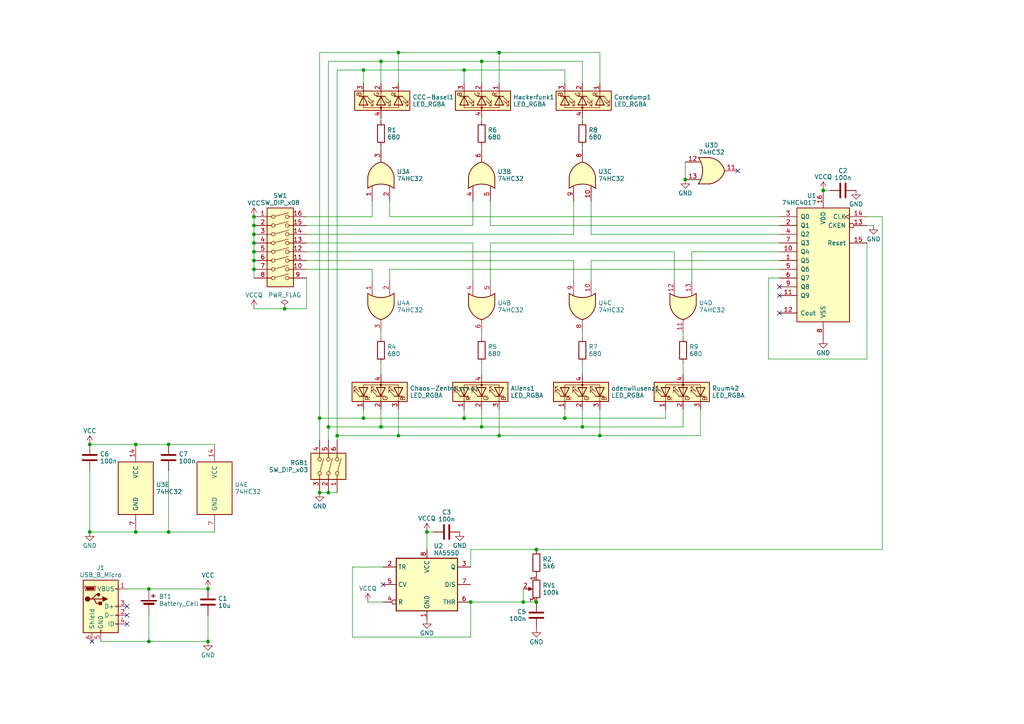
<source format=kicad_sch>
(kicad_sch (version 20230121) (generator eeschema)
  (paper "A4")
  (lib_symbols
    (symbol "4xxx:4017" (pin_names (offset 1.016))
      (property "Reference" "U" (at -7.62 16.51 0))
      (property "Value" "4017" (at -7.62 -19.05 0))
      (symbol "4017_1_0"
        (pin output line (at 12.7 0 180) (length 5.08) (name "Q5") (number "1"))
        (pin output line (at 12.7 2.54 180) (length 5.08) (name "Q4") (number "10"))
        (pin output line (at 12.7 -10.16 180) (length 5.08) (name "Q9") (number "11"))
        (pin output line (at 12.7 -15.24 180) (length 5.08) (name "Cout") (number "12"))
        (pin input inverted (at -12.7 10.16 0) (length 5.08) (name "CKEN") (number "13"))
        (pin input clock (at -12.7 12.7 0) (length 5.08) (name "CLK") (number "14"))
        (pin input line (at -12.7 5.08 0) (length 5.08) (name "Reset") (number "15"))
        (pin power_in line (at 0 20.32 270) (length 5.08) (name "VDD") (number "16"))
        (pin output line (at 12.7 10.16 180) (length 5.08) (name "Q1") (number "2"))
        (pin output line (at 12.7 12.7 180) (length 5.08) (name "Q0") (number "3"))
        (pin output line (at 12.7 7.62 180) (length 5.08) (name "Q2") (number "4"))
        (pin output line (at 12.7 -2.54 180) (length 5.08) (name "Q6") (number "5"))
        (pin output line (at 12.7 -5.08 180) (length 5.08) (name "Q7") (number "6"))
        (pin output line (at 12.7 5.08 180) (length 5.08) (name "Q3") (number "7"))
        (pin power_in line (at 0 -22.86 90) (length 5.08) (name "VSS") (number "8"))
        (pin output line (at 12.7 -7.62 180) (length 5.08) (name "Q8") (number "9"))
      )
      (symbol "4017_1_1"
        (rectangle (start -7.62 15.24) (end 7.62 -17.78) (stroke (width 0.254)) (fill (type background)))
      )
    )
    (symbol "74xx:74LS32" (pin_names (offset 1.016))
      (property "Reference" "U" (at 0 1.27 0))
      (property "Value" "74LS32" (at 0 -1.27 0))
      (symbol "74LS32_1_1"
        (arc (start -3.81 -3.81) (mid -2.589 0) (end -3.81 3.81) (stroke (width 0.254)))
        (arc (start -0.6096 -3.81) (mid 2.1842 -2.5851) (end 3.81 0) (stroke (width 0.254)) (fill (type background)))
        (polyline (pts (xy -3.81 -3.81) (xy -0.635 -3.81)) (stroke (width 0.254)) (fill (type background)))
        (polyline (pts (xy -3.81 3.81) (xy -0.635 3.81)) (stroke (width 0.254)) (fill (type background)))
        (polyline (pts (xy -0.635 3.81) (xy -3.81 3.81) (xy -3.81 3.81) (xy -3.556 3.4036) (xy -3.0226 2.2606) (xy -2.6924 1.0414) (xy -2.6162 -0.254) (xy -2.7686 -1.4986) (xy -3.175 -2.7178) (xy -3.81 -3.81) (xy -3.81 -3.81) (xy -0.635 -3.81)) (stroke (width -25.4)) (fill (type background)))
        (arc (start 3.81 0) (mid 2.1915 2.5936) (end -0.6096 3.81) (stroke (width 0.254)) (fill (type background)))
        (pin input line (at -7.62 2.54 0) (length 4.318) (name "~") (number "1"))
        (pin input line (at -7.62 -2.54 0) (length 4.318) (name "~") (number "2"))
        (pin output line (at 7.62 0 180) (length 3.81) (name "~") (number "3"))
      )
      (symbol "74LS32_1_2"
        (arc (start 0 -3.81) (mid 3.7934 0) (end 0 3.81) (stroke (width 0.254)) (fill (type background)))
        (polyline (pts (xy 0 3.81) (xy -3.81 3.81) (xy -3.81 -3.81) (xy 0 -3.81)) (stroke (width 0.254)) (fill (type background)))
        (pin input inverted (at -7.62 2.54 0) (length 3.81) (name "~") (number "1"))
        (pin input inverted (at -7.62 -2.54 0) (length 3.81) (name "~") (number "2"))
        (pin output inverted (at 7.62 0 180) (length 3.81) (name "~") (number "3"))
      )
      (symbol "74LS32_2_1"
        (arc (start -3.81 -3.81) (mid -2.589 0) (end -3.81 3.81) (stroke (width 0.254)))
        (arc (start -0.6096 -3.81) (mid 2.1842 -2.5851) (end 3.81 0) (stroke (width 0.254)) (fill (type background)))
        (polyline (pts (xy -3.81 -3.81) (xy -0.635 -3.81)) (stroke (width 0.254)) (fill (type background)))
        (polyline (pts (xy -3.81 3.81) (xy -0.635 3.81)) (stroke (width 0.254)) (fill (type background)))
        (polyline (pts (xy -0.635 3.81) (xy -3.81 3.81) (xy -3.81 3.81) (xy -3.556 3.4036) (xy -3.0226 2.2606) (xy -2.6924 1.0414) (xy -2.6162 -0.254) (xy -2.7686 -1.4986) (xy -3.175 -2.7178) (xy -3.81 -3.81) (xy -3.81 -3.81) (xy -0.635 -3.81)) (stroke (width -25.4)) (fill (type background)))
        (arc (start 3.81 0) (mid 2.1915 2.5936) (end -0.6096 3.81) (stroke (width 0.254)) (fill (type background)))
        (pin input line (at -7.62 2.54 0) (length 4.318) (name "~") (number "4"))
        (pin input line (at -7.62 -2.54 0) (length 4.318) (name "~") (number "5"))
        (pin output line (at 7.62 0 180) (length 3.81) (name "~") (number "6"))
      )
      (symbol "74LS32_2_2"
        (arc (start 0 -3.81) (mid 3.7934 0) (end 0 3.81) (stroke (width 0.254)) (fill (type background)))
        (polyline (pts (xy 0 3.81) (xy -3.81 3.81) (xy -3.81 -3.81) (xy 0 -3.81)) (stroke (width 0.254)) (fill (type background)))
        (pin input inverted (at -7.62 2.54 0) (length 3.81) (name "~") (number "4"))
        (pin input inverted (at -7.62 -2.54 0) (length 3.81) (name "~") (number "5"))
        (pin output inverted (at 7.62 0 180) (length 3.81) (name "~") (number "6"))
      )
      (symbol "74LS32_3_1"
        (arc (start -3.81 -3.81) (mid -2.589 0) (end -3.81 3.81) (stroke (width 0.254)))
        (arc (start -0.6096 -3.81) (mid 2.1842 -2.5851) (end 3.81 0) (stroke (width 0.254)) (fill (type background)))
        (polyline (pts (xy -3.81 -3.81) (xy -0.635 -3.81)) (stroke (width 0.254)) (fill (type background)))
        (polyline (pts (xy -3.81 3.81) (xy -0.635 3.81)) (stroke (width 0.254)) (fill (type background)))
        (polyline (pts (xy -0.635 3.81) (xy -3.81 3.81) (xy -3.81 3.81) (xy -3.556 3.4036) (xy -3.0226 2.2606) (xy -2.6924 1.0414) (xy -2.6162 -0.254) (xy -2.7686 -1.4986) (xy -3.175 -2.7178) (xy -3.81 -3.81) (xy -3.81 -3.81) (xy -0.635 -3.81)) (stroke (width -25.4)) (fill (type background)))
        (arc (start 3.81 0) (mid 2.1915 2.5936) (end -0.6096 3.81) (stroke (width 0.254)) (fill (type background)))
        (pin input line (at -7.62 -2.54 0) (length 4.318) (name "~") (number "10"))
        (pin output line (at 7.62 0 180) (length 3.81) (name "~") (number "8"))
        (pin input line (at -7.62 2.54 0) (length 4.318) (name "~") (number "9"))
      )
      (symbol "74LS32_3_2"
        (arc (start 0 -3.81) (mid 3.7934 0) (end 0 3.81) (stroke (width 0.254)) (fill (type background)))
        (polyline (pts (xy 0 3.81) (xy -3.81 3.81) (xy -3.81 -3.81) (xy 0 -3.81)) (stroke (width 0.254)) (fill (type background)))
        (pin input inverted (at -7.62 -2.54 0) (length 3.81) (name "~") (number "10"))
        (pin output inverted (at 7.62 0 180) (length 3.81) (name "~") (number "8"))
        (pin input inverted (at -7.62 2.54 0) (length 3.81) (name "~") (number "9"))
      )
      (symbol "74LS32_4_1"
        (arc (start -3.81 -3.81) (mid -2.589 0) (end -3.81 3.81) (stroke (width 0.254)))
        (arc (start -0.6096 -3.81) (mid 2.1842 -2.5851) (end 3.81 0) (stroke (width 0.254)) (fill (type background)))
        (polyline (pts (xy -3.81 -3.81) (xy -0.635 -3.81)) (stroke (width 0.254)) (fill (type background)))
        (polyline (pts (xy -3.81 3.81) (xy -0.635 3.81)) (stroke (width 0.254)) (fill (type background)))
        (polyline (pts (xy -0.635 3.81) (xy -3.81 3.81) (xy -3.81 3.81) (xy -3.556 3.4036) (xy -3.0226 2.2606) (xy -2.6924 1.0414) (xy -2.6162 -0.254) (xy -2.7686 -1.4986) (xy -3.175 -2.7178) (xy -3.81 -3.81) (xy -3.81 -3.81) (xy -0.635 -3.81)) (stroke (width -25.4)) (fill (type background)))
        (arc (start 3.81 0) (mid 2.1915 2.5936) (end -0.6096 3.81) (stroke (width 0.254)) (fill (type background)))
        (pin output line (at 7.62 0 180) (length 3.81) (name "~") (number "11"))
        (pin input line (at -7.62 2.54 0) (length 4.318) (name "~") (number "12"))
        (pin input line (at -7.62 -2.54 0) (length 4.318) (name "~") (number "13"))
      )
      (symbol "74LS32_4_2"
        (arc (start 0 -3.81) (mid 3.7934 0) (end 0 3.81) (stroke (width 0.254)) (fill (type background)))
        (polyline (pts (xy 0 3.81) (xy -3.81 3.81) (xy -3.81 -3.81) (xy 0 -3.81)) (stroke (width 0.254)) (fill (type background)))
        (pin output inverted (at 7.62 0 180) (length 3.81) (name "~") (number "11"))
        (pin input inverted (at -7.62 2.54 0) (length 3.81) (name "~") (number "12"))
        (pin input inverted (at -7.62 -2.54 0) (length 3.81) (name "~") (number "13"))
      )
      (symbol "74LS32_5_0"
        (pin power_in line (at 0 12.7 270) (length 5.08) (name "VCC") (number "14"))
        (pin power_in line (at 0 -12.7 90) (length 5.08) (name "GND") (number "7"))
      )
      (symbol "74LS32_5_1"
        (rectangle (start -5.08 7.62) (end 5.08 -7.62) (stroke (width 0.254)) (fill (type background)))
      )
    )
    (symbol "Connector:USB_B_Micro" (pin_names (offset 1.016))
      (property "Reference" "J" (at -5.08 11.43 0))
      (property "Value" "USB_B_Micro" (at -5.08 8.89 0))
      (symbol "USB_B_Micro_0_1"
        (rectangle (start -5.08 -7.62) (end 5.08 7.62) (stroke (width 0.254)) (fill (type background)))
        (circle (center -3.81 2.159) (radius 0.635) (stroke (width 0.254)) (fill (type outline)))
        (circle (center -0.635 3.429) (radius 0.381) (stroke (width 0.254)) (fill (type outline)))
        (rectangle (start -0.127 -7.62) (end 0.127 -6.858))
        (polyline (pts (xy -1.905 2.159) (xy 0.635 2.159)) (stroke (width 0.254)))
        (polyline (pts (xy -3.175 2.159) (xy -2.54 2.159) (xy -1.27 3.429) (xy -0.635 3.429)) (stroke (width 0.254)))
        (polyline (pts (xy -2.54 2.159) (xy -1.905 2.159) (xy -1.27 0.889) (xy 0 0.889)) (stroke (width 0.254)))
        (polyline (pts (xy 0.635 2.794) (xy 0.635 1.524) (xy 1.905 2.159) (xy 0.635 2.794)) (stroke (width 0.254)) (fill (type outline)))
        (polyline (pts (xy -4.318 5.588) (xy -1.778 5.588) (xy -2.032 4.826) (xy -4.064 4.826) (xy -4.318 5.588)) (fill (type outline)))
        (polyline (pts (xy -4.699 5.842) (xy -4.699 5.588) (xy -4.445 4.826) (xy -4.445 4.572) (xy -1.651 4.572) (xy -1.651 4.826) (xy -1.397 5.588) (xy -1.397 5.842) (xy -4.699 5.842)))
        (rectangle (start 0.254 1.27) (end -0.508 0.508) (stroke (width 0.254)) (fill (type outline)))
        (rectangle (start 5.08 -5.207) (end 4.318 -4.953))
        (rectangle (start 5.08 -2.667) (end 4.318 -2.413))
        (rectangle (start 5.08 -0.127) (end 4.318 0.127))
        (rectangle (start 5.08 4.953) (end 4.318 5.207))
      )
      (symbol "USB_B_Micro_1_1"
        (pin power_out line (at 7.62 5.08 180) (length 2.54) (name "VBUS") (number "1"))
        (pin bidirectional line (at 7.62 -2.54 180) (length 2.54) (name "D-") (number "2"))
        (pin bidirectional line (at 7.62 0 180) (length 2.54) (name "D+") (number "3"))
        (pin passive line (at 7.62 -5.08 180) (length 2.54) (name "ID") (number "4"))
        (pin power_out line (at 0 -10.16 90) (length 2.54) (name "GND") (number "5"))
        (pin passive line (at -2.54 -10.16 90) (length 2.54) (name "Shield") (number "6"))
      )
    )
    (symbol "Device:Battery_Cell" (pin_numbers hide) (pin_names (offset 0) hide)
      (property "Reference" "BT" (at 2.54 2.54 0))
      (property "Value" "Battery_Cell" (at 2.54 0 0))
      (symbol "Battery_Cell_0_1"
        (rectangle (start -2.286 1.778) (end 2.286 1.524) (fill (type outline)))
        (rectangle (start -1.524 1.016) (end 1.524 0.508) (fill (type outline)))
        (polyline (pts (xy 0 0.762) (xy 0 0)))
        (polyline (pts (xy 0 1.778) (xy 0 2.54)))
        (polyline (pts (xy 0.762 3.048) (xy 1.778 3.048)) (stroke (width 0.254)))
        (polyline (pts (xy 1.27 3.556) (xy 1.27 2.54)) (stroke (width 0.254)))
      )
      (symbol "Battery_Cell_1_1"
        (pin passive line (at 0 5.08 270) (length 2.54) (name "+") (number "1"))
        (pin passive line (at 0 -2.54 90) (length 2.54) (name "-") (number "2"))
      )
    )
    (symbol "Device:C" (pin_numbers hide) (pin_names (offset 0.254))
      (property "Reference" "C" (at 0.635 2.54 0))
      (property "Value" "C" (at 0.635 -2.54 0))
      (symbol "C_0_1"
        (polyline (pts (xy -2.032 -0.762) (xy 2.032 -0.762)) (stroke (width 0.508)))
        (polyline (pts (xy -2.032 0.762) (xy 2.032 0.762)) (stroke (width 0.508)))
      )
      (symbol "C_1_1"
        (pin passive line (at 0 3.81 270) (length 2.794) (name "~") (number "1"))
        (pin passive line (at 0 -3.81 90) (length 2.794) (name "~") (number "2"))
      )
    )
    (symbol "Device:LED_RGBA" (pin_names (offset 0) hide)
      (property "Reference" "D" (at 0 9.398 0))
      (property "Value" "LED_RGBA" (at 0 -8.89 0))
      (symbol "LED_RGBA_0_0"
        (text "B" (at -1.905 -6.35 0) (effects (font (size 1.27 1.27))))
        (text "G" (at -1.905 -1.27 0) (effects (font (size 1.27 1.27))))
        (text "R" (at -1.905 3.81 0) (effects (font (size 1.27 1.27))))
      )
      (symbol "LED_RGBA_0_1"
        (polyline (pts (xy -1.27 -5.08) (xy -2.54 -5.08)))
        (polyline (pts (xy -1.27 -5.08) (xy 1.27 -5.08)))
        (polyline (pts (xy -1.27 -3.81) (xy -1.27 -6.35)) (stroke (width 0.254)))
        (polyline (pts (xy -1.27 0) (xy -2.54 0)))
        (polyline (pts (xy -1.27 1.27) (xy -1.27 -1.27)) (stroke (width 0.254)))
        (polyline (pts (xy -1.27 5.08) (xy -2.54 5.08)))
        (polyline (pts (xy -1.27 5.08) (xy 1.27 5.08)))
        (polyline (pts (xy -1.27 6.35) (xy -1.27 3.81)) (stroke (width 0.254)))
        (polyline (pts (xy 1.27 0) (xy -1.27 0)))
        (polyline (pts (xy 1.27 0) (xy 2.54 0)))
        (polyline (pts (xy -1.27 1.27) (xy -1.27 -1.27) (xy -1.27 -1.27)))
        (polyline (pts (xy -1.27 6.35) (xy -1.27 3.81) (xy -1.27 3.81)))
        (polyline (pts (xy 1.27 -5.08) (xy 2.032 -5.08) (xy 2.032 5.08) (xy 1.27 5.08)))
        (polyline (pts (xy 1.27 -3.81) (xy 1.27 -6.35) (xy -1.27 -5.08) (xy 1.27 -3.81)) (stroke (width 0.254)))
        (polyline (pts (xy 1.27 1.27) (xy 1.27 -1.27) (xy -1.27 0) (xy 1.27 1.27)) (stroke (width 0.254)))
        (polyline (pts (xy 1.27 6.35) (xy 1.27 3.81) (xy -1.27 5.08) (xy 1.27 6.35)) (stroke (width 0.254)))
        (polyline (pts (xy -1.016 -3.81) (xy 0.508 -2.286) (xy -0.254 -2.286) (xy 0.508 -2.286) (xy 0.508 -3.048)))
        (polyline (pts (xy -1.016 1.27) (xy 0.508 2.794) (xy -0.254 2.794) (xy 0.508 2.794) (xy 0.508 2.032)))
        (polyline (pts (xy -1.016 6.35) (xy 0.508 7.874) (xy -0.254 7.874) (xy 0.508 7.874) (xy 0.508 7.112)))
        (polyline (pts (xy 0 -3.81) (xy 1.524 -2.286) (xy 0.762 -2.286) (xy 1.524 -2.286) (xy 1.524 -3.048)))
        (polyline (pts (xy 0 1.27) (xy 1.524 2.794) (xy 0.762 2.794) (xy 1.524 2.794) (xy 1.524 2.032)))
        (polyline (pts (xy 0 6.35) (xy 1.524 7.874) (xy 0.762 7.874) (xy 1.524 7.874) (xy 1.524 7.112)))
        (rectangle (start 1.27 -1.27) (end 1.27 1.27))
        (rectangle (start 1.27 1.27) (end 1.27 1.27))
        (rectangle (start 1.27 3.81) (end 1.27 6.35))
        (rectangle (start 1.27 6.35) (end 1.27 6.35))
        (circle (center 2.032 0) (radius 0.254) (fill (type outline)))
        (rectangle (start 2.794 8.382) (end -2.794 -7.62) (stroke (width 0.254)) (fill (type background)))
      )
      (symbol "LED_RGBA_1_1"
        (pin passive line (at -5.08 5.08 0) (length 2.54) (name "RK") (number "1"))
        (pin passive line (at -5.08 0 0) (length 2.54) (name "GK") (number "2"))
        (pin passive line (at -5.08 -5.08 0) (length 2.54) (name "BK") (number "3"))
        (pin passive line (at 5.08 0 180) (length 2.54) (name "A") (number "4"))
      )
    )
    (symbol "Device:R" (pin_numbers hide) (pin_names (offset 0))
      (property "Reference" "R" (at 2.032 0 90))
      (property "Value" "R" (at 0 0 90))
      (symbol "R_0_1"
        (rectangle (start -1.016 -2.54) (end 1.016 2.54) (stroke (width 0.254)))
      )
      (symbol "R_1_1"
        (pin passive line (at 0 3.81 270) (length 1.27) (name "~") (number "1"))
        (pin passive line (at 0 -3.81 90) (length 1.27) (name "~") (number "2"))
      )
    )
    (symbol "Device:R_Potentiometer" (pin_names (offset 1.016) hide)
      (property "Reference" "RV" (at -4.445 0 90))
      (property "Value" "R_Potentiometer" (at -2.54 0 90))
      (symbol "R_Potentiometer_0_1"
        (polyline (pts (xy 2.54 0) (xy 1.524 0)))
        (polyline (pts (xy 1.143 0) (xy 2.286 0.508) (xy 2.286 -0.508) (xy 1.143 0)) (fill (type outline)))
        (rectangle (start 1.016 2.54) (end -1.016 -2.54) (stroke (width 0.254)))
      )
      (symbol "R_Potentiometer_1_1"
        (pin passive line (at 0 3.81 270) (length 1.27) (name "1") (number "1"))
        (pin passive line (at 3.81 0 180) (length 1.27) (name "2") (number "2"))
        (pin passive line (at 0 -3.81 90) (length 1.27) (name "3") (number "3"))
      )
    )
    (symbol "Switch:SW_DIP_x03" (pin_names (offset 0) hide)
      (property "Reference" "SW" (at 0 8.89 0))
      (property "Value" "SW_DIP_x03" (at 0 -3.81 0))
      (symbol "SW_DIP_x03_0_0"
        (circle (center -2.032 0) (radius 0.508))
        (circle (center -2.032 2.54) (radius 0.508))
        (circle (center -2.032 5.08) (radius 0.508))
        (polyline (pts (xy -1.524 0.127) (xy 2.3622 1.1684)))
        (polyline (pts (xy -1.524 2.667) (xy 2.3622 3.7084)))
        (polyline (pts (xy -1.524 5.207) (xy 2.3622 6.2484)))
        (circle (center 2.032 0) (radius 0.508))
        (circle (center 2.032 2.54) (radius 0.508))
        (circle (center 2.032 5.08) (radius 0.508))
      )
      (symbol "SW_DIP_x03_0_1"
        (rectangle (start -3.81 7.62) (end 3.81 -2.54) (stroke (width 0.254)) (fill (type background)))
      )
      (symbol "SW_DIP_x03_1_1"
        (pin passive line (at -7.62 5.08 0) (length 5.08) (name "~") (number "1"))
        (pin passive line (at -7.62 2.54 0) (length 5.08) (name "~") (number "2"))
        (pin passive line (at -7.62 0 0) (length 5.08) (name "~") (number "3"))
        (pin passive line (at 7.62 0 180) (length 5.08) (name "~") (number "4"))
        (pin passive line (at 7.62 2.54 180) (length 5.08) (name "~") (number "5"))
        (pin passive line (at 7.62 5.08 180) (length 5.08) (name "~") (number "6"))
      )
    )
    (symbol "Switch:SW_DIP_x08" (pin_names (offset 0) hide)
      (property "Reference" "SW" (at 0 13.97 0))
      (property "Value" "SW_DIP_x08" (at 0 -11.43 0))
      (symbol "SW_DIP_x08_0_0"
        (circle (center -2.032 -7.62) (radius 0.508))
        (circle (center -2.032 -5.08) (radius 0.508))
        (circle (center -2.032 -2.54) (radius 0.508))
        (circle (center -2.032 0) (radius 0.508))
        (circle (center -2.032 2.54) (radius 0.508))
        (circle (center -2.032 5.08) (radius 0.508))
        (circle (center -2.032 7.62) (radius 0.508))
        (circle (center -2.032 10.16) (radius 0.508))
        (polyline (pts (xy -1.524 -7.4676) (xy 2.3622 -6.4262)))
        (polyline (pts (xy -1.524 -4.9276) (xy 2.3622 -3.8862)))
        (polyline (pts (xy -1.524 -2.3876) (xy 2.3622 -1.3462)))
        (polyline (pts (xy -1.524 0.127) (xy 2.3622 1.1684)))
        (polyline (pts (xy -1.524 2.667) (xy 2.3622 3.7084)))
        (polyline (pts (xy -1.524 5.207) (xy 2.3622 6.2484)))
        (polyline (pts (xy -1.524 7.747) (xy 2.3622 8.7884)))
        (polyline (pts (xy -1.524 10.287) (xy 2.3622 11.3284)))
        (circle (center 2.032 -7.62) (radius 0.508))
        (circle (center 2.032 -5.08) (radius 0.508))
        (circle (center 2.032 -2.54) (radius 0.508))
        (circle (center 2.032 0) (radius 0.508))
        (circle (center 2.032 2.54) (radius 0.508))
        (circle (center 2.032 5.08) (radius 0.508))
        (circle (center 2.032 7.62) (radius 0.508))
        (circle (center 2.032 10.16) (radius 0.508))
      )
      (symbol "SW_DIP_x08_0_1"
        (rectangle (start -3.81 12.7) (end 3.81 -10.16) (stroke (width 0.254)) (fill (type background)))
      )
      (symbol "SW_DIP_x08_1_1"
        (pin passive line (at -7.62 10.16 0) (length 5.08) (name "~") (number "1"))
        (pin passive line (at 7.62 -5.08 180) (length 5.08) (name "~") (number "10"))
        (pin passive line (at 7.62 -2.54 180) (length 5.08) (name "~") (number "11"))
        (pin passive line (at 7.62 0 180) (length 5.08) (name "~") (number "12"))
        (pin passive line (at 7.62 2.54 180) (length 5.08) (name "~") (number "13"))
        (pin passive line (at 7.62 5.08 180) (length 5.08) (name "~") (number "14"))
        (pin passive line (at 7.62 7.62 180) (length 5.08) (name "~") (number "15"))
        (pin passive line (at 7.62 10.16 180) (length 5.08) (name "~") (number "16"))
        (pin passive line (at -7.62 7.62 0) (length 5.08) (name "~") (number "2"))
        (pin passive line (at -7.62 5.08 0) (length 5.08) (name "~") (number "3"))
        (pin passive line (at -7.62 2.54 0) (length 5.08) (name "~") (number "4"))
        (pin passive line (at -7.62 0 0) (length 5.08) (name "~") (number "5"))
        (pin passive line (at -7.62 -2.54 0) (length 5.08) (name "~") (number "6"))
        (pin passive line (at -7.62 -5.08 0) (length 5.08) (name "~") (number "7"))
        (pin passive line (at -7.62 -7.62 0) (length 5.08) (name "~") (number "8"))
        (pin passive line (at 7.62 -7.62 180) (length 5.08) (name "~") (number "9"))
      )
    )
    (symbol "Timer:NA555D"
      (property "Reference" "U" (at -10.16 8.89 0))
      (property "Value" "NA555D" (at 2.54 8.89 0))
      (symbol "NA555D_0_0"
        (pin power_in line (at 0 -10.16 90) (length 2.54) (name "GND") (number "1"))
        (pin power_in line (at 0 10.16 270) (length 2.54) (name "VCC") (number "8"))
      )
      (symbol "NA555D_0_1"
        (rectangle (start -8.89 -7.62) (end 8.89 7.62) (stroke (width 0.254)) (fill (type background)))
        (rectangle (start -8.89 -7.62) (end 8.89 7.62) (stroke (width 0.254)) (fill (type background)))
      )
      (symbol "NA555D_1_1"
        (pin input line (at -12.7 5.08 0) (length 3.81) (name "TR") (number "2"))
        (pin output line (at 12.7 5.08 180) (length 3.81) (name "Q") (number "3"))
        (pin input inverted (at -12.7 -5.08 0) (length 3.81) (name "R") (number "4"))
        (pin input line (at -12.7 0 0) (length 3.81) (name "CV") (number "5"))
        (pin input line (at 12.7 -5.08 180) (length 3.81) (name "THR") (number "6"))
        (pin input line (at 12.7 0 180) (length 3.81) (name "DIS") (number "7"))
      )
    )
    (symbol "power:GND" (power) (pin_names (offset 0))
      (property "Value" "GND" (at 0 -3.81 0))
      (symbol "GND_0_1"
        (polyline (pts (xy 0 0) (xy 0 -1.27) (xy 1.27 -1.27) (xy 0 -2.54) (xy -1.27 -1.27) (xy 0 -1.27)))
      )
      (symbol "GND_1_1"
        (pin power_in line (at 0 0 270) (length 0) hide (name "GND") (number "1"))
      )
    )
    (symbol "power:PWR_FLAG" (power) (pin_numbers hide) (pin_names (offset 0) hide)
      (property "Value" "PWR_FLAG" (at 0 3.81 0))
      (symbol "PWR_FLAG_0_0"
        (pin power_out line (at 0 0 90) (length 0) (name "pwr") (number "1"))
      )
      (symbol "PWR_FLAG_0_1"
        (polyline (pts (xy 0 0) (xy 0 1.27) (xy -1.016 1.905) (xy 0 2.54) (xy 1.016 1.905) (xy 0 1.27)))
      )
    )
    (symbol "power:VCC" (power) (pin_names (offset 0))
      (property "Value" "VCC" (at 0 3.81 0))
      (symbol "VCC_0_1"
        (polyline (pts (xy -0.762 1.27) (xy 0 2.54)))
        (polyline (pts (xy 0 0) (xy 0 2.54)))
        (polyline (pts (xy 0 2.54) (xy 0.762 1.27)))
      )
      (symbol "VCC_1_1"
        (pin power_in line (at 0 0 90) (length 0) hide (name "VCC") (number "1"))
      )
    )
    (symbol "power:VCCQ" (power) (pin_names (offset 0))
      (property "Value" "VCCQ" (at 0 3.81 0))
      (symbol "VCCQ_0_1"
        (polyline (pts (xy -0.762 1.27) (xy 0 2.54)))
        (polyline (pts (xy 0 0) (xy 0 2.54)))
        (polyline (pts (xy 0 2.54) (xy 0.762 1.27)))
      )
      (symbol "VCCQ_1_1"
        (pin power_in line (at 0 0 90) (length 0) hide (name "VCCQ") (number "1"))
      )
    )
  )
  (junction (at 26.035 128.905))
  (junction (at 134.62 20.32))
  (junction (at 60.325 186.055))
  (junction (at 48.895 128.905))
  (junction (at 115.57 126.365))
  (junction (at 73.66 65.405))
  (junction (at 95.25 123.825))
  (junction (at 110.49 123.825))
  (junction (at 26.035 154.305))
  (junction (at 48.895 154.305))
  (junction (at 198.755 52.07))
  (junction (at 95.25 142.875))
  (junction (at 144.78 126.365))
  (junction (at 136.525 174.625))
  (junction (at 105.41 121.285))
  (junction (at 110.49 17.78))
  (junction (at 155.575 159.385))
  (junction (at 155.575 174.625))
  (junction (at 123.825 154.305))
  (junction (at 39.37 154.305))
  (junction (at 151.765 174.625))
  (junction (at 43.18 186.055))
  (junction (at 73.66 78.105))
  (junction (at 73.66 73.025))
  (junction (at 134.62 121.285))
  (junction (at 73.66 67.945))
  (junction (at 115.57 15.24))
  (junction (at 139.7 123.825))
  (junction (at 173.99 126.365))
  (junction (at 82.55 89.535))
  (junction (at 60.325 170.815))
  (junction (at 139.7 17.78))
  (junction (at 97.79 126.365))
  (junction (at 73.66 75.565))
  (junction (at 43.18 170.815))
  (junction (at 163.83 121.285))
  (junction (at 238.76 55.245))
  (junction (at 144.78 15.24))
  (junction (at 168.91 123.825))
  (junction (at 73.66 70.485))
  (junction (at 73.66 62.865))
  (junction (at 92.71 142.875))
  (junction (at 92.71 121.285))
  (junction (at 39.37 128.905))
  (junction (at 105.41 20.32))
  (no_connect (at 36.83 178.435))
  (no_connect (at 36.83 180.975))
  (no_connect (at 226.06 83.185))
  (no_connect (at 226.06 90.805))
  (no_connect (at 26.67 186.055))
  (no_connect (at 226.06 85.725))
  (no_connect (at 213.995 49.53))
  (no_connect (at 111.125 169.545))
  (no_connect (at 36.83 175.895))
  (wire (pts (xy 168.91 24.13) (xy 168.91 17.78)))
  (wire (pts (xy 137.16 70.485) (xy 137.16 81.28)))
  (wire (pts (xy 168.91 17.78) (xy 139.7 17.78)))
  (wire (pts (xy 106.68 174.625) (xy 111.125 174.625)))
  (wire (pts (xy 198.12 97.79) (xy 198.12 96.52)))
  (wire (pts (xy 73.66 67.945) (xy 73.66 70.485)))
  (wire (pts (xy 110.49 108.585) (xy 110.49 105.41)))
  (wire (pts (xy 43.18 178.435) (xy 43.18 186.055)))
  (wire (pts (xy 151.765 170.815) (xy 151.765 174.625)))
  (wire (pts (xy 92.71 121.285) (xy 92.71 127.635)))
  (wire (pts (xy 168.91 42.545) (xy 168.91 43.18)))
  (wire (pts (xy 43.18 186.055) (xy 60.325 186.055)))
  (wire (pts (xy 92.71 15.24) (xy 92.71 121.285)))
  (wire (pts (xy 193.04 121.285) (xy 163.83 121.285)))
  (wire (pts (xy 251.46 104.14) (xy 222.885 104.14)))
  (wire (pts (xy 60.325 186.055) (xy 60.325 178.435)))
  (wire (pts (xy 73.66 75.565) (xy 73.66 78.105)))
  (wire (pts (xy 168.91 108.585) (xy 168.91 105.41)))
  (wire (pts (xy 142.24 65.405) (xy 226.06 65.405)))
  (wire (pts (xy 203.2 118.745) (xy 203.2 126.365)))
  (wire (pts (xy 73.66 62.865) (xy 73.66 65.405)))
  (wire (pts (xy 36.83 170.815) (xy 43.18 170.815)))
  (wire (pts (xy 82.55 89.535) (xy 88.9 89.535)))
  (wire (pts (xy 168.91 97.79) (xy 168.91 96.52)))
  (wire (pts (xy 203.2 126.365) (xy 173.99 126.365)))
  (wire (pts (xy 113.03 62.865) (xy 226.06 62.865)))
  (wire (pts (xy 48.895 154.305) (xy 62.23 154.305)))
  (wire (pts (xy 110.49 42.545) (xy 110.49 43.18)))
  (wire (pts (xy 29.21 186.055) (xy 43.18 186.055)))
  (wire (pts (xy 134.62 20.32) (xy 134.62 24.13)))
  (wire (pts (xy 26.035 136.525) (xy 26.035 154.305)))
  (wire (pts (xy 155.575 159.385) (xy 255.905 159.385)))
  (wire (pts (xy 173.99 118.745) (xy 173.99 126.365)))
  (wire (pts (xy 39.37 128.905) (xy 48.895 128.905)))
  (wire (pts (xy 107.95 58.42) (xy 107.95 62.865)))
  (wire (pts (xy 251.46 65.405) (xy 253.365 65.405)))
  (wire (pts (xy 168.91 34.29) (xy 168.91 34.925)))
  (wire (pts (xy 222.885 80.645) (xy 226.06 80.645)))
  (wire (pts (xy 43.18 170.815) (xy 60.325 170.815)))
  (wire (pts (xy 111.125 164.465) (xy 102.235 164.465)))
  (wire (pts (xy 73.66 70.485) (xy 73.66 73.025)))
  (wire (pts (xy 144.78 15.24) (xy 144.78 24.13)))
  (wire (pts (xy 105.41 20.32) (xy 105.41 24.13)))
  (wire (pts (xy 171.45 75.565) (xy 171.45 81.28)))
  (wire (pts (xy 137.16 58.42) (xy 137.16 65.405)))
  (wire (pts (xy 110.49 17.78) (xy 110.49 24.13)))
  (wire (pts (xy 139.7 34.29) (xy 139.7 34.925)))
  (wire (pts (xy 198.12 123.825) (xy 168.91 123.825)))
  (wire (pts (xy 163.83 121.285) (xy 134.62 121.285)))
  (wire (pts (xy 88.9 65.405) (xy 137.16 65.405)))
  (wire (pts (xy 139.7 108.585) (xy 139.7 105.41)))
  (wire (pts (xy 73.66 89.535) (xy 82.55 89.535)))
  (wire (pts (xy 200.66 73.025) (xy 226.06 73.025)))
  (wire (pts (xy 73.66 78.105) (xy 73.66 80.645)))
  (wire (pts (xy 171.45 58.42) (xy 171.45 67.945)))
  (wire (pts (xy 163.83 20.32) (xy 134.62 20.32)))
  (wire (pts (xy 139.7 123.825) (xy 110.49 123.825)))
  (wire (pts (xy 26.035 128.905) (xy 39.37 128.905)))
  (wire (pts (xy 107.95 78.105) (xy 107.95 81.28)))
  (wire (pts (xy 39.37 154.305) (xy 48.895 154.305)))
  (wire (pts (xy 110.49 17.78) (xy 95.25 17.78)))
  (wire (pts (xy 139.7 17.78) (xy 139.7 24.13)))
  (wire (pts (xy 88.9 73.025) (xy 195.58 73.025)))
  (wire (pts (xy 173.99 24.13) (xy 173.99 15.24)))
  (wire (pts (xy 166.37 75.565) (xy 166.37 81.28)))
  (wire (pts (xy 198.12 108.585) (xy 198.12 105.41)))
  (wire (pts (xy 238.76 55.245) (xy 240.665 55.245)))
  (wire (pts (xy 134.62 20.32) (xy 105.41 20.32)))
  (wire (pts (xy 226.06 67.945) (xy 171.45 67.945)))
  (wire (pts (xy 115.57 15.24) (xy 92.71 15.24)))
  (wire (pts (xy 88.9 67.945) (xy 166.37 67.945)))
  (wire (pts (xy 134.62 121.285) (xy 105.41 121.285)))
  (wire (pts (xy 195.58 73.025) (xy 195.58 81.28)))
  (wire (pts (xy 139.7 42.545) (xy 139.7 43.18)))
  (wire (pts (xy 193.04 118.745) (xy 193.04 121.285)))
  (wire (pts (xy 88.9 62.865) (xy 107.95 62.865)))
  (wire (pts (xy 171.45 75.565) (xy 226.06 75.565)))
  (wire (pts (xy 88.9 89.535) (xy 88.9 80.645)))
  (wire (pts (xy 48.895 136.525) (xy 48.895 154.305)))
  (wire (pts (xy 255.905 62.865) (xy 255.905 159.385)))
  (wire (pts (xy 139.7 118.745) (xy 139.7 123.825)))
  (wire (pts (xy 97.79 126.365) (xy 97.79 127.635)))
  (wire (pts (xy 110.49 34.29) (xy 110.49 34.925)))
  (wire (pts (xy 105.41 20.32) (xy 97.79 20.32)))
  (wire (pts (xy 102.235 164.465) (xy 102.235 184.785)))
  (wire (pts (xy 163.83 24.13) (xy 163.83 20.32)))
  (wire (pts (xy 136.525 159.385) (xy 155.575 159.385)))
  (wire (pts (xy 102.235 184.785) (xy 136.525 184.785)))
  (wire (pts (xy 113.03 58.42) (xy 113.03 62.865)))
  (wire (pts (xy 136.525 159.385) (xy 136.525 164.465)))
  (wire (pts (xy 251.46 70.485) (xy 251.46 104.14)))
  (wire (pts (xy 105.41 121.285) (xy 92.71 121.285)))
  (wire (pts (xy 110.49 118.745) (xy 110.49 123.825)))
  (wire (pts (xy 144.78 118.745) (xy 144.78 126.365)))
  (wire (pts (xy 95.25 142.875) (xy 97.79 142.875)))
  (wire (pts (xy 73.66 73.025) (xy 73.66 75.565)))
  (wire (pts (xy 110.49 123.825) (xy 95.25 123.825)))
  (wire (pts (xy 222.885 104.14) (xy 222.885 80.645)))
  (wire (pts (xy 134.62 118.745) (xy 134.62 121.285)))
  (wire (pts (xy 168.91 118.745) (xy 168.91 123.825)))
  (wire (pts (xy 95.25 123.825) (xy 95.25 127.635)))
  (wire (pts (xy 123.825 154.305) (xy 125.73 154.305)))
  (wire (pts (xy 163.83 118.745) (xy 163.83 121.285)))
  (wire (pts (xy 168.91 123.825) (xy 139.7 123.825)))
  (wire (pts (xy 166.37 58.42) (xy 166.37 67.945)))
  (wire (pts (xy 139.7 97.79) (xy 139.7 96.52)))
  (wire (pts (xy 88.9 75.565) (xy 166.37 75.565)))
  (wire (pts (xy 26.035 154.305) (xy 39.37 154.305)))
  (wire (pts (xy 144.78 15.24) (xy 115.57 15.24)))
  (wire (pts (xy 88.9 78.105) (xy 107.95 78.105)))
  (wire (pts (xy 73.66 65.405) (xy 73.66 67.945)))
  (wire (pts (xy 136.525 174.625) (xy 151.765 174.625)))
  (wire (pts (xy 95.25 17.78) (xy 95.25 123.825)))
  (wire (pts (xy 92.71 142.875) (xy 95.25 142.875)))
  (wire (pts (xy 115.57 118.745) (xy 115.57 126.365)))
  (wire (pts (xy 142.24 58.42) (xy 142.24 65.405)))
  (wire (pts (xy 144.78 126.365) (xy 115.57 126.365)))
  (wire (pts (xy 198.755 46.99) (xy 198.755 52.07)))
  (wire (pts (xy 200.66 73.025) (xy 200.66 81.28)))
  (wire (pts (xy 113.03 78.105) (xy 113.03 81.28)))
  (wire (pts (xy 136.525 184.785) (xy 136.525 174.625)))
  (wire (pts (xy 198.12 118.745) (xy 198.12 123.825)))
  (wire (pts (xy 113.03 78.105) (xy 226.06 78.105)))
  (wire (pts (xy 97.79 20.32) (xy 97.79 126.365)))
  (wire (pts (xy 142.24 70.485) (xy 226.06 70.485)))
  (wire (pts (xy 115.57 15.24) (xy 115.57 24.13)))
  (wire (pts (xy 88.9 70.485) (xy 137.16 70.485)))
  (wire (pts (xy 173.99 15.24) (xy 144.78 15.24)))
  (wire (pts (xy 48.895 128.905) (xy 62.23 128.905)))
  (wire (pts (xy 142.24 70.485) (xy 142.24 81.28)))
  (wire (pts (xy 123.825 154.305) (xy 123.825 159.385)))
  (wire (pts (xy 139.7 17.78) (xy 110.49 17.78)))
  (wire (pts (xy 251.46 62.865) (xy 255.905 62.865)))
  (wire (pts (xy 115.57 126.365) (xy 97.79 126.365)))
  (wire (pts (xy 105.41 118.745) (xy 105.41 121.285)))
  (wire (pts (xy 151.765 174.625) (xy 155.575 174.625)))
  (wire (pts (xy 110.49 97.79) (xy 110.49 96.52)))
  (wire (pts (xy 173.99 126.365) (xy 144.78 126.365)))
  (symbol (lib_id "Switch:SW_DIP_x08") (at 81.28 73.025 0) (unit 1)
    (property "Reference" "SW1" (at 81.28 56.745 0))
    (property "Value" "SW_DIP_x08" (at 81.28 58.793 0))
    (property "Footprint" "Button_Switch_SMD:SW_DIP_SPSTx08_Slide_6.7x21.88mm_W8.61mm_P2.54mm_LowProfile" (effects hide))
  )
  (symbol (lib_id "power:VCC") (at 26.035 128.905 0) (unit 1)
    (property "Reference" "#PWR021" (effects hide))
    (property "Value" "VCC" (at 26.035 124.96 0))
  )
  (symbol (lib_id "Device:C") (at 244.475 55.245 90) (unit 1)
    (property "Reference" "C2" (at 244.475 49.506 90))
    (property "Value" "100n" (at 244.475 51.554 90))
    (property "Footprint" "Capacitor_SMD:C_0805_2012Metric" (effects hide))
  )
  (symbol (lib_id "power:VCCQ") (at 238.76 55.245 0) (unit 1)
    (property "Reference" "#PWR016" (effects hide))
    (property "Value" "VCCQ" (at 238.76 51.3 0))
  )
  (symbol (lib_id "Device:C") (at 48.895 132.715 0) (unit 1)
    (property "Reference" "C7" (at 51.816 131.691 0) (effects (justify left)))
    (property "Value" "100n" (at 51.816 133.739 0) (effects (justify left)))
    (property "Footprint" "Capacitor_SMD:C_0805_2012Metric" (effects hide))
  )
  (symbol (lib_id "Device:LED_RGBA") (at 168.91 29.21 270) (unit 1)
    (property "Reference" "Coredump1" (at 178.054 28.186 90) (effects (justify left)))
    (property "Value" "LED_RGBA" (at 178.054 30.234 90) (effects (justify left)))
    (property "Footprint" "LED_SMD:LED_RGB_1210" (effects hide))
  )
  (symbol (lib_id "74xx:74LS32") (at 198.12 88.9 90) (mirror x) (unit 4)
    (property "Reference" "U4" (at 202.692 87.876 90) (effects (justify right)))
    (property "Value" "74HC32" (at 202.692 89.924 90) (effects (justify right)))
    (property "Footprint" "Package_SO:SOIC-14_3.9x8.7mm_P1.27mm" (effects hide))
    (property "Datasheet" "http://www.ti.com/lit/gpn/sn74LS32" (effects hide))
  )
  (symbol (lib_id "Device:R") (at 139.7 101.6 0) (unit 1)
    (property "Reference" "R5" (at 141.478 100.576 0) (effects (justify left)))
    (property "Value" "680" (at 141.478 102.624 0) (effects (justify left)))
    (property "Footprint" "Resistor_SMD:R_0805_2012Metric" (effects hide))
  )
  (symbol (lib_id "Device:R_Potentiometer") (at 155.575 170.815 0) (mirror y) (unit 1)
    (property "Reference" "RV1" (at 157.353 169.791 0) (effects (justify right)))
    (property "Value" "100k" (at 157.353 171.839 0) (effects (justify right)))
    (property "Footprint" "Potentiometer_SMD:Potentiometer_Bourns_3214W_Vertical" (effects hide))
  )
  (symbol (lib_id "power:VCCQ") (at 123.825 154.305 0) (unit 1)
    (property "Reference" "#PWR06" (effects hide))
    (property "Value" "VCCQ" (at 123.825 150.36 0))
  )
  (symbol (lib_id "Device:R") (at 139.7 38.735 0) (unit 1)
    (property "Reference" "R6" (at 141.478 37.711 0) (effects (justify left)))
    (property "Value" "680" (at 141.478 39.759 0) (effects (justify left)))
    (property "Footprint" "Resistor_SMD:R_0805_2012Metric" (effects hide))
  )
  (symbol (lib_id "power:GND") (at 92.71 142.875 0) (unit 1)
    (property "Reference" "#PWR015" (effects hide))
    (property "Value" "GND" (at 92.71 146.82 0))
  )
  (symbol (lib_id "74xx:74LS32") (at 62.23 141.605 0) (unit 5)
    (property "Reference" "U4" (at 68.072 140.581 0) (effects (justify left)))
    (property "Value" "74HC32" (at 68.072 142.629 0) (effects (justify left)))
    (property "Footprint" "Package_SO:SOIC-14_3.9x8.7mm_P1.27mm" (effects hide))
    (property "Datasheet" "http://www.ti.com/lit/gpn/sn74LS32" (effects hide))
  )
  (symbol (lib_id "power:GND") (at 133.35 154.305 0) (mirror y) (unit 1)
    (property "Reference" "#PWR012" (effects hide))
    (property "Value" "GND" (at 133.35 158.25 0))
  )
  (symbol (lib_id "Device:R") (at 168.91 38.735 0) (unit 1)
    (property "Reference" "R8" (at 170.688 37.711 0) (effects (justify left)))
    (property "Value" "680" (at 170.688 39.759 0) (effects (justify left)))
    (property "Footprint" "Resistor_SMD:R_0805_2012Metric" (effects hide))
  )
  (symbol (lib_id "power:GND") (at 253.365 65.405 0) (mirror y) (unit 1)
    (property "Reference" "#PWR023" (effects hide))
    (property "Value" "GND" (at 253.365 69.35 0))
  )
  (symbol (lib_id "power:GND") (at 248.285 55.245 0) (mirror y) (unit 1)
    (property "Reference" "#PWR03" (effects hide))
    (property "Value" "GND" (at 248.285 59.19 0))
  )
  (symbol (lib_id "Timer:NA555D") (at 123.825 169.545 0) (unit 1)
    (property "Reference" "U2" (at 125.7809 158.345 0) (effects (justify left)))
    (property "Value" "NA555D" (at 125.7809 160.393 0) (effects (justify left)))
    (property "Footprint" "Package_SO:SOIC-8_3.9x4.9mm_P1.27mm" (effects hide))
    (property "Datasheet" "http://www.ti.com/lit/ds/symlink/ne555.pdf" (effects hide))
  )
  (symbol (lib_id "Device:R") (at 155.575 163.195 0) (unit 1)
    (property "Reference" "R2" (at 157.353 162.171 0) (effects (justify left)))
    (property "Value" "5k6" (at 157.353 164.219 0) (effects (justify left)))
    (property "Footprint" "Resistor_SMD:R_0805_2012Metric" (effects hide))
  )
  (symbol (lib_id "Device:C") (at 129.54 154.305 90) (unit 1)
    (property "Reference" "C3" (at 129.54 148.566 90))
    (property "Value" "100n" (at 129.54 150.614 90))
    (property "Footprint" "Capacitor_SMD:C_0805_2012Metric" (effects hide))
  )
  (symbol (lib_id "Device:R") (at 168.91 101.6 0) (unit 1)
    (property "Reference" "R7" (at 170.688 100.576 0) (effects (justify left)))
    (property "Value" "680" (at 170.688 102.624 0) (effects (justify left)))
    (property "Footprint" "Resistor_SMD:R_0805_2012Metric" (effects hide))
  )
  (symbol (lib_id "Connector:USB_B_Micro") (at 29.21 175.895 0) (unit 1)
    (property "Reference" "J1" (at 29.21 164.695 0))
    (property "Value" "USB_B_Micro" (at 29.21 166.743 0))
    (property "Footprint" "Connector_USB:USB_Micro-B_Wuerth_629105150521" (effects hide))
  )
  (symbol (lib_id "Device:Battery_Cell") (at 43.18 175.895 0) (unit 1)
    (property "Reference" "BT1" (at 46.101 173.0295 0) (effects (justify left)))
    (property "Value" "Battery_Cell" (at 46.101 175.0775 0) (effects (justify left)))
    (property "Footprint" "Battery:BatteryHolder_Keystone_1057_1x2032" (effects hide))
  )
  (symbol (lib_id "74xx:74LS32") (at 168.91 88.9 90) (mirror x) (unit 3)
    (property "Reference" "U4" (at 173.482 87.876 90) (effects (justify right)))
    (property "Value" "74HC32" (at 173.482 89.924 90) (effects (justify right)))
    (property "Footprint" "Package_SO:SOIC-14_3.9x8.7mm_P1.27mm" (effects hide))
    (property "Datasheet" "http://www.ti.com/lit/gpn/sn74LS32" (effects hide))
  )
  (symbol (lib_id "Device:R") (at 198.12 101.6 0) (unit 1)
    (property "Reference" "R9" (at 199.898 100.576 0) (effects (justify left)))
    (property "Value" "680" (at 199.898 102.624 0) (effects (justify left)))
    (property "Footprint" "Resistor_SMD:R_0805_2012Metric" (effects hide))
  )
  (symbol (lib_id "power:GND") (at 238.76 98.425 0) (mirror y) (unit 1)
    (property "Reference" "#PWR01" (effects hide))
    (property "Value" "GND" (at 238.76 102.37 0))
  )
  (symbol (lib_id "74xx:74LS32") (at 168.91 50.8 90) (unit 3)
    (property "Reference" "U3" (at 173.482 49.776 90) (effects (justify right)))
    (property "Value" "74HC32" (at 173.482 51.824 90) (effects (justify right)))
    (property "Footprint" "Package_SO:SOIC-14_3.9x8.7mm_P1.27mm" (effects hide))
    (property "Datasheet" "http://www.ti.com/lit/gpn/sn74LS32" (effects hide))
  )
  (symbol (lib_id "power:GND") (at 123.825 179.705 0) (unit 1)
    (property "Reference" "#PWR07" (effects hide))
    (property "Value" "GND" (at 123.825 183.65 0))
  )
  (symbol (lib_id "Device:C") (at 60.325 174.625 0) (unit 1)
    (property "Reference" "C1" (at 63.246 173.601 0) (effects (justify left)))
    (property "Value" "10u" (at 63.246 175.649 0) (effects (justify left)))
    (property "Footprint" "Capacitor_SMD:C_0805_2012Metric" (effects hide))
  )
  (symbol (lib_id "power:GND") (at 198.755 52.07 0) (mirror y) (unit 1)
    (property "Reference" "#PWR08" (effects hide))
    (property "Value" "GND" (at 198.755 56.015 0))
  )
  (symbol (lib_id "Device:LED_RGBA") (at 198.12 113.665 90) (unit 1)
    (property "Reference" "Ruum42" (at 206.502 112.641 90) (effects (justify right)))
    (property "Value" "LED_RGBA" (at 206.502 114.689 90) (effects (justify right)))
    (property "Footprint" "LED_SMD:LED_RGB_1210" (effects hide))
  )
  (symbol (lib_id "power:GND") (at 26.035 154.305 0) (unit 1)
    (property "Reference" "#PWR020" (effects hide))
    (property "Value" "GND" (at 26.035 158.25 0))
  )
  (symbol (lib_id "power:VCCQ") (at 106.68 174.625 0) (unit 1)
    (property "Reference" "#PWR017" (effects hide))
    (property "Value" "VCCQ" (at 106.68 170.68 0))
  )
  (symbol (lib_id "Switch:SW_DIP_x03") (at 92.71 135.255 270) (mirror x) (unit 1)
    (property "Reference" "RGB1" (at 89.408 134.231 90) (effects (justify right)))
    (property "Value" "SW_DIP_x03" (at 89.408 136.279 90) (effects (justify right)))
    (property "Footprint" "Button_Switch_SMD:SW_DIP_SPSTx03_Slide_6.7x9.18mm_W8.61mm_P2.54mm_LowProfile" (effects hide))
  )
  (symbol (lib_id "Device:R") (at 110.49 38.735 0) (unit 1)
    (property "Reference" "R1" (at 112.268 37.711 0) (effects (justify left)))
    (property "Value" "680" (at 112.268 39.759 0) (effects (justify left)))
    (property "Footprint" "Resistor_SMD:R_0805_2012Metric" (effects hide))
  )
  (symbol (lib_id "Device:LED_RGBA") (at 139.7 113.665 90) (unit 1)
    (property "Reference" "Aliens1" (at 148.082 112.641 90) (effects (justify right)))
    (property "Value" "LED_RGBA" (at 148.082 114.689 90) (effects (justify right)))
    (property "Footprint" "LED_SMD:LED_RGB_1210" (effects hide))
  )
  (symbol (lib_id "74xx:74LS32") (at 39.37 141.605 0) (unit 5)
    (property "Reference" "U3" (at 45.212 140.581 0) (effects (justify left)))
    (property "Value" "74HC32" (at 45.212 142.629 0) (effects (justify left)))
    (property "Footprint" "Package_SO:SOIC-14_3.9x8.7mm_P1.27mm" (effects hide))
    (property "Datasheet" "http://www.ti.com/lit/gpn/sn74LS32" (effects hide))
  )
  (symbol (lib_id "74xx:74LS32") (at 206.375 49.53 0) (unit 4)
    (property "Reference" "U3" (at 206.375 42.14 0))
    (property "Value" "74HC32" (at 206.375 44.188 0))
    (property "Footprint" "Package_SO:SOIC-14_3.9x8.7mm_P1.27mm" (effects hide))
    (property "Datasheet" "http://www.ti.com/lit/gpn/sn74LS32" (effects hide))
  )
  (symbol (lib_id "74xx:74LS32") (at 110.49 88.9 90) (mirror x) (unit 1)
    (property "Reference" "U4" (at 115.062 87.876 90) (effects (justify right)))
    (property "Value" "74HC32" (at 115.062 89.924 90) (effects (justify right)))
    (property "Footprint" "Package_SO:SOIC-14_3.9x8.7mm_P1.27mm" (effects hide))
    (property "Datasheet" "http://www.ti.com/lit/gpn/sn74LS32" (effects hide))
  )
  (symbol (lib_id "power:VCC") (at 73.66 62.865 0) (unit 1)
    (property "Reference" "#PWR013" (effects hide))
    (property "Value" "VCC" (at 73.66 58.92 0))
  )
  (symbol (lib_id "Device:LED_RGBA") (at 139.7 29.21 270) (unit 1)
    (property "Reference" "Hackerfunk1" (at 148.844 28.186 90) (effects (justify left)))
    (property "Value" "LED_RGBA" (at 148.844 30.234 90) (effects (justify left)))
    (property "Footprint" "LED_SMD:LED_RGB_1210" (effects hide))
  )
  (symbol (lib_id "Device:C") (at 26.035 132.715 0) (unit 1)
    (property "Reference" "C6" (at 28.956 131.691 0) (effects (justify left)))
    (property "Value" "100n" (at 28.956 133.739 0) (effects (justify left)))
    (property "Footprint" "Capacitor_SMD:C_0805_2012Metric" (effects hide))
  )
  (symbol (lib_id "power:GND") (at 155.575 182.245 0) (mirror y) (unit 1)
    (property "Reference" "#PWR018" (effects hide))
    (property "Value" "GND" (at 155.575 186.19 0))
  )
  (symbol (lib_id "74xx:74LS32") (at 110.49 50.8 90) (unit 1)
    (property "Reference" "U3" (at 115.062 49.776 90) (effects (justify right)))
    (property "Value" "74HC32" (at 115.062 51.824 90) (effects (justify right)))
    (property "Footprint" "Package_SO:SOIC-14_3.9x8.7mm_P1.27mm" (effects hide))
    (property "Datasheet" "http://www.ti.com/lit/gpn/sn74LS32" (effects hide))
  )
  (symbol (lib_id "power:PWR_FLAG") (at 82.55 89.535 0) (unit 1)
    (property "Reference" "#FLG03" (effects hide))
    (property "Value" "PWR_FLAG" (at 82.55 85.59 0))
  )
  (symbol (lib_id "Device:LED_RGBA") (at 110.49 29.21 270) (unit 1)
    (property "Reference" "CCC-Basel1" (at 119.634 28.186 90) (effects (justify left)))
    (property "Value" "LED_RGBA" (at 119.634 30.234 90) (effects (justify left)))
    (property "Footprint" "LED_SMD:LED_RGB_1210" (effects hide))
  )
  (symbol (lib_id "power:VCCQ") (at 73.66 89.535 0) (unit 1)
    (property "Reference" "#PWR014" (effects hide))
    (property "Value" "VCCQ" (at 73.66 85.59 0))
  )
  (symbol (lib_id "power:GND") (at 60.325 186.055 0) (unit 1)
    (property "Reference" "#PWR04" (effects hide))
    (property "Value" "GND" (at 60.325 190 0))
  )
  (symbol (lib_id "power:VCC") (at 60.325 170.815 0) (unit 1)
    (property "Reference" "#PWR02" (effects hide))
    (property "Value" "VCC" (at 60.325 166.87 0))
  )
  (symbol (lib_id "Device:R") (at 110.49 101.6 0) (unit 1)
    (property "Reference" "R4" (at 112.268 100.576 0) (effects (justify left)))
    (property "Value" "680" (at 112.268 102.624 0) (effects (justify left)))
    (property "Footprint" "Resistor_SMD:R_0805_2012Metric" (effects hide))
  )
  (symbol (lib_id "74xx:74LS32") (at 139.7 88.9 90) (mirror x) (unit 2)
    (property "Reference" "U4" (at 144.272 87.876 90) (effects (justify right)))
    (property "Value" "74HC32" (at 144.272 89.924 90) (effects (justify right)))
    (property "Footprint" "Package_SO:SOIC-14_3.9x8.7mm_P1.27mm" (effects hide))
    (property "Datasheet" "http://www.ti.com/lit/gpn/sn74LS32" (effects hide))
  )
  (symbol (lib_id "Device:LED_RGBA") (at 168.91 113.665 90) (unit 1)
    (property "Reference" "odenwilusenz1" (at 177.292 112.641 90) (effects (justify right)))
    (property "Value" "LED_RGBA" (at 177.292 114.689 90) (effects (justify right)))
    (property "Footprint" "LED_SMD:LED_RGB_1210" (effects hide))
  )
  (symbol (lib_id "Device:LED_RGBA") (at 110.49 113.665 90) (unit 1)
    (property "Reference" "Chaos-Zentralschw1" (at 118.872 112.641 90) (effects (justify right)))
    (property "Value" "LED_RGBA" (at 118.872 114.689 90) (effects (justify right)))
    (property "Footprint" "LED_SMD:LED_RGB_1210" (effects hide))
  )
  (symbol (lib_id "4xxx:4017") (at 238.76 75.565 0) (mirror y) (unit 1)
    (property "Reference" "U1" (at 236.8041 56.745 0) (effects (justify left)))
    (property "Value" "74HC4017" (at 236.8041 58.793 0) (effects (justify left)))
    (property "Footprint" "Package_SO:SOIC-16_3.9x9.9mm_P1.27mm" (effects hide))
    (property "Datasheet" "http://www.intersil.com/content/dam/Intersil/documents/cd40/cd4017bms-22bms.pdf" (effects hide))
  )
  (symbol (lib_id "74xx:74LS32") (at 139.7 50.8 90) (unit 2)
    (property "Reference" "U3" (at 144.272 49.776 90) (effects (justify right)))
    (property "Value" "74HC32" (at 144.272 51.824 90) (effects (justify right)))
    (property "Footprint" "Package_SO:SOIC-14_3.9x8.7mm_P1.27mm" (effects hide))
    (property "Datasheet" "http://www.ti.com/lit/gpn/sn74LS32" (effects hide))
  )
  (symbol (lib_id "Device:C") (at 155.575 178.435 0) (mirror y) (unit 1)
    (property "Reference" "C5" (at 152.654 177.411 0) (effects (justify left)))
    (property "Value" "100n" (at 152.654 179.459 0) (effects (justify left)))
    (property "Footprint" "Capacitor_SMD:C_0805_2012Metric" (effects hide))
  )
)
</source>
